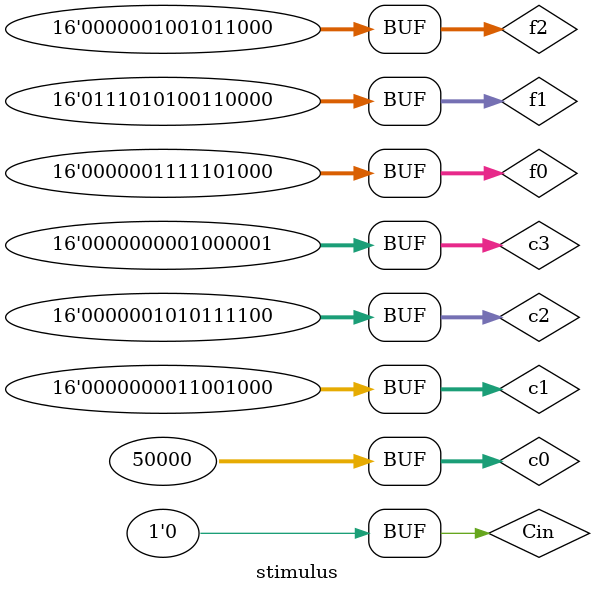
<source format=v>
`timescale 1ns / 1ps
module stimulus;
	// Inputs
	reg [31:0] c0;
	reg [15:0] c1;
	reg [15:0] c2;
	reg [15:0] c3;
	reg [15:0] f0;
	reg [15:0] f1;
	reg [15:0] f2;
	reg Cin;
	//reg retenue_prec;
	// Outputs
	//wire retenue;
	reg [31:0] inter;
	wire [31:0] y;
	// Instantiate the Unit Under Test (UUT)
	
	Regression_nV uut (
		c0, 
		c1, 
		c2, 
		c3, 
		f0, 
		f1, 
		f2, 
		Cin, 
		y
	);
	

 
	initial begin
	$dumpfile("test_Transpiler.vcd");
    $dumpvars(0,stimulus);
		// Initialize Inputs
		c0 = 32'b0000000000000000;
		c1 = 16'b0000000000000000;
		c2 = 16'b0000000000000000;
		c3 = 16'b0000000000000000;
		f0 = 16'b0000000000000000;
		f1 = 16'b0000000000000000;
		f2 = 16'b0000000000000000;
		Cin = 0;
 
	#20 c0 = 32'd50000;
	#20 f0 = 16'd1000;
	#20 f1 = 16'd30000;
		c1 = 16'd200;
		f2 = 16'd600;
		c2 = 16'd700;
		c3 = 16'd65;
	end  
 
		initial begin
		 $monitor("t=%3d c0 = %d, c1 = %d, c2 = %d, c3 = %d, f0 = %d, f1 = %d, f2 = %d, result=%d \n",$time,c0, c1, c2, c3, f0, f1, f2, y);
		 end
 
endmodule
 

</source>
